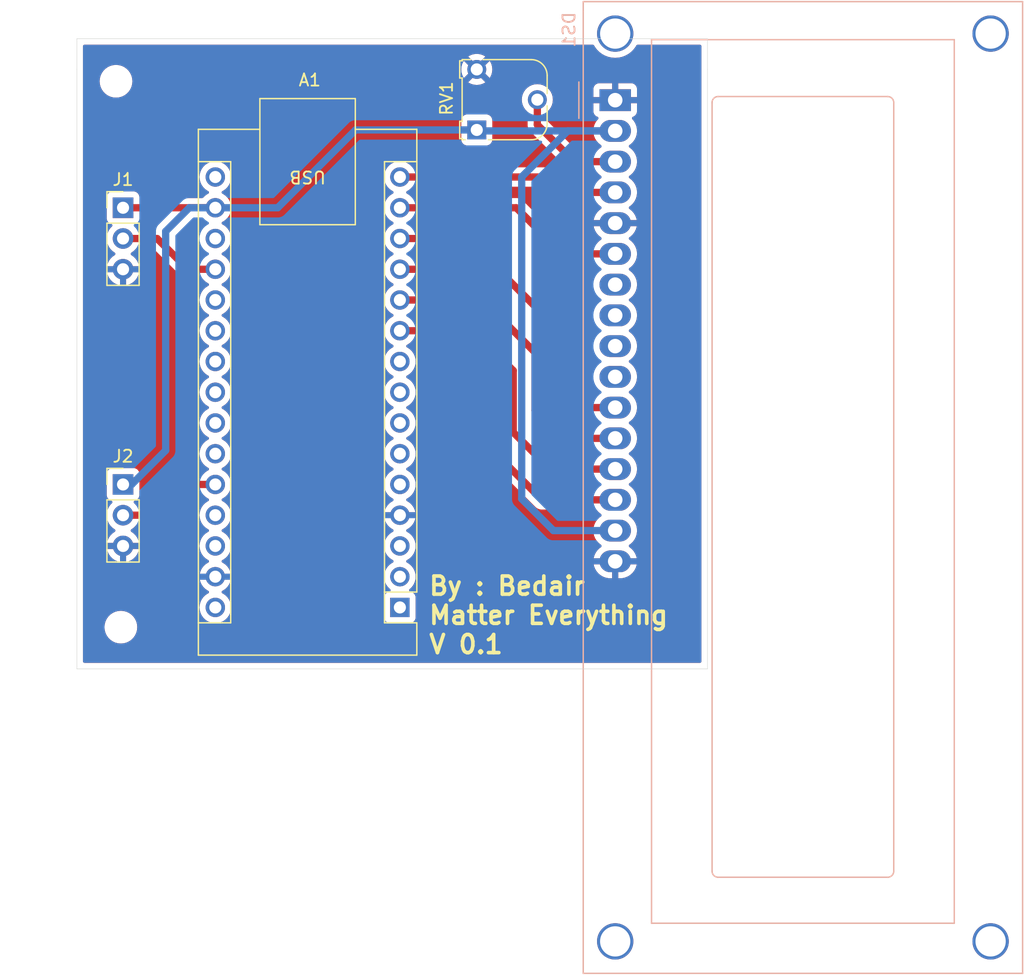
<source format=kicad_pcb>
(kicad_pcb (version 20221018) (generator pcbnew)
  (layers (0 "F.Cu" signal "Front") (1 "In1.Cu" signal) (2 "In2.Cu" signal) (31 "B.Cu" signal "Back") (34 "B.Paste" user) (35 "F.Paste" user) (36 "B.SilkS" user "B.Silkscreen") (37 "F.SilkS" user "F.Silkscreen") (38 "B.Mask" user) (39 "F.Mask" user) (44 "Edge.Cuts" user))
  (net 0 "")
  (net 4 "GND")
  (net 10 "/LCD_RS")
  (net 11 "/LCD_E")
  (net 12 "/LCD_D4")
  (net 13 "/LCD_D5")
  (net 14 "/LCD_D6")
  (net 15 "/LCD_D7")
  (net 17 "VCC")
  (net 19 "/CurrentSensor_A")
  (net 26 "/Relay_Control")
  (net 30 "Net-(DS1-VO)")
  (footprint "Connector_PinHeader_2.54mm:PinHeader_1x03_P2.54mm_Vertical" (layer "F.Cu") (at 157.48 95.25)
    (fp_text reference "J1" (at 0 -2.33) (layer "F.SilkS"))
    (fp_text value "Current Sensor")
    (fp_line (start -1.33 -1.33) (end 0 -1.33) (stroke (width 0.12)) (layer "F.SilkS"))
    (fp_line (start -1.33 0) (end -1.33 -1.33) (stroke (width 0.12)) (layer "F.SilkS"))
    (fp_line (start -1.33 1.27) (end -1.33 6.41) (stroke (width 0.12)) (layer "F.SilkS"))
    (fp_line (start -1.33 1.27) (end 1.33 1.27) (stroke (width 0.12)) (layer "F.SilkS"))
    (fp_line (start -1.33 6.41) (end 1.33 6.41) (stroke (width 0.12)) (layer "F.SilkS"))
    (fp_line (start 1.33 1.27) (end 1.33 6.41) (stroke (width 0.12)) (layer "F.SilkS"))
    (pad "1" thru_hole rect (at 0 0) (size 1.7 1.7) (drill 1) (layers "*.Cu" "*.Mask") (net 17 "VCC"))
    (pad "2" thru_hole oval (at 0 2.54) (size 1.7 1.7) (drill 1) (layers "*.Cu" "*.Mask") (net 19 "/CurrentSensor_A"))
    (pad "3" thru_hole oval (at 0 5.08) (size 1.7 1.7) (drill 1) (layers "*.Cu" "*.Mask") (net 4 "GND"))
  )
  (footprint "Potentiometer_THT:Potentiometer_Runtron_RM-065_Vertical" (layer "F.Cu") (at 186.69 88.82 90)
    (fp_text reference "RV1" (at 2.6 -2.5 90) (layer "F.SilkS"))
    (fp_text value "10k")
    (fp_line (start -0.81 -1.21) (end -0.81 -0.96) (stroke (width 0.12)) (layer "F.SilkS"))
    (fp_line (start -0.81 4.5) (end -0.81 0.96) (stroke (width 0.12)) (layer "F.SilkS"))
    (fp_line (start -0.71 -1.41) (end -0.71 -1.21) (stroke (width 0.12)) (layer "F.SilkS"))
    (fp_line (start -0.71 -1.41) (end 0.71 -1.41) (stroke (width 0.12)) (layer "F.SilkS"))
    (fp_line (start -0.71 -1.21) (end -0.81 -1.21) (stroke (width 0.12)) (layer "F.SilkS"))
    (fp_line (start 0.71 -1.21) (end 0.71 -1.41) (stroke (width 0.12)) (layer "F.SilkS"))
    (fp_line (start 0.71 -1.21) (end 4.29 -1.21) (stroke (width 0.12)) (layer "F.SilkS"))
    (fp_line (start 1.99 5.81) (end 0.5 5.81) (stroke (width 0.12)) (layer "F.SilkS"))
    (fp_line (start 4.29 -1.41) (end 5.71 -1.41) (stroke (width 0.12)) (layer "F.SilkS"))
    (fp_line (start 4.29 -1.21) (end 4.29 -1.41) (stroke (width 0.12)) (layer "F.SilkS"))
    (fp_line (start 4.5 5.81) (end 3.01 5.81) (stroke (width 0.12)) (layer "F.SilkS"))
    (fp_line (start 5.71 -1.41) (end 5.71 -1.21) (stroke (width 0.12)) (layer "F.SilkS"))
    (fp_line (start 5.71 -1.21) (end 5.81 -1.21) (stroke (width 0.12)) (layer "F.SilkS"))
    (fp_line (start 5.81 -1.21) (end 5.81 -0.52) (stroke (width 0.12)) (layer "F.SilkS"))
    (fp_line (start 5.81 0.52) (end 5.81 4.5) (stroke (width 0.12)) (layer "F.SilkS"))
    (fp_arc (start 0.5 5.81) (mid -0.42631 5.42631) (end -0.81 4.5) (stroke (width 0.12)) (layer "F.SilkS"))
    (fp_arc (start 5.81 4.5) (mid 5.42631 5.42631) (end 4.5 5.81) (stroke (width 0.12)) (layer "F.SilkS"))
    (pad "1" thru_hole rect (at 0 0 90) (size 1.56 1.56) (drill 1) (layers "*.Cu" "*.Mask") (net 17 "VCC"))
    (pad "2" thru_hole circle (at 2.5 5 90) (size 1.56 1.56) (drill 1) (layers "*.Cu" "*.Mask") (net 30 "Net-(DS1-VO)"))
    (pad "3" thru_hole circle (at 5 0 90) (size 1.56 1.56) (drill 1) (layers "*.Cu" "*.Mask") (net 4 "GND"))
  )
  (footprint "Connector_PinHeader_2.54mm:PinHeader_1x03_P2.54mm_Vertical" (layer "F.Cu") (at 157.48 118.11)
    (fp_text reference "J2" (at 0 -2.33) (layer "F.SilkS"))
    (fp_text value "Relay")
    (fp_line (start -1.33 -1.33) (end 0 -1.33) (stroke (width 0.12)) (layer "F.SilkS"))
    (fp_line (start -1.33 0) (end -1.33 -1.33) (stroke (width 0.12)) (layer "F.SilkS"))
    (fp_line (start -1.33 1.27) (end -1.33 6.41) (stroke (width 0.12)) (layer "F.SilkS"))
    (fp_line (start -1.33 1.27) (end 1.33 1.27) (stroke (width 0.12)) (layer "F.SilkS"))
    (fp_line (start -1.33 6.41) (end 1.33 6.41) (stroke (width 0.12)) (layer "F.SilkS"))
    (fp_line (start 1.33 1.27) (end 1.33 6.41) (stroke (width 0.12)) (layer "F.SilkS"))
    (pad "1" thru_hole rect (at 0 0) (size 1.7 1.7) (drill 1) (layers "*.Cu" "*.Mask") (net 17 "VCC"))
    (pad "2" thru_hole oval (at 0 2.54) (size 1.7 1.7) (drill 1) (layers "*.Cu" "*.Mask") (net 26 "/Relay_Control"))
    (pad "3" thru_hole oval (at 0 5.08) (size 1.7 1.7) (drill 1) (layers "*.Cu" "*.Mask") (net 4 "GND"))
  )
  (footprint "Module:Arduino_Nano" (layer "F.Cu") (at 180.34 128.27 180)
    (fp_text reference "A1" (at 7.44 43.57) (layer "F.SilkS"))
    (fp_text value "Arduino_Nano_v3.x")
    (fp_text user "USB" (at 7.62 35.56 180 unlocked) (layer "F.SilkS"))
    (fp_line (start -1.4 -3.94) (end -1.4 -1.27) (stroke (width 0.12)) (layer "F.SilkS"))
    (fp_line (start -1.4 1.27) (end -1.4 39.5) (stroke (width 0.12)) (layer "F.SilkS"))
    (fp_line (start -1.4 39.5) (end 3.68 39.5) (stroke (width 0.12)) (layer "F.SilkS"))
    (fp_line (start 1.27 -1.27) (end -1.4 -1.27) (stroke (width 0.12)) (layer "F.SilkS"))
    (fp_line (start 1.27 1.27) (end -1.4 1.27) (stroke (width 0.12)) (layer "F.SilkS"))
    (fp_line (start 1.27 1.27) (end 1.27 -1.27) (stroke (width 0.12)) (layer "F.SilkS"))
    (fp_line (start 1.27 1.27) (end 1.27 36.83) (stroke (width 0.12)) (layer "F.SilkS"))
    (fp_line (start 1.27 36.83) (end -1.4 36.83) (stroke (width 0.12)) (layer "F.SilkS"))
    (fp_line (start 3.68 31.62) (end 11.56 31.62) (stroke (width 0.12)) (layer "F.SilkS"))
    (fp_line (start 3.68 42.04) (end 3.68 31.62) (stroke (width 0.12)) (layer "F.SilkS"))
    (fp_line (start 11.56 31.62) (end 11.56 42.04) (stroke (width 0.12)) (layer "F.SilkS"))
    (fp_line (start 11.56 42.04) (end 3.68 42.04) (stroke (width 0.12)) (layer "F.SilkS"))
    (fp_line (start 13.97 -1.27) (end 13.97 36.83) (stroke (width 0.12)) (layer "F.SilkS"))
    (fp_line (start 13.97 -1.27) (end 16.64 -1.27) (stroke (width 0.12)) (layer "F.SilkS"))
    (fp_line (start 13.97 36.83) (end 16.64 36.83) (stroke (width 0.12)) (layer "F.SilkS"))
    (fp_line (start 16.64 -3.94) (end -1.4 -3.94) (stroke (width 0.12)) (layer "F.SilkS"))
    (fp_line (start 16.64 39.5) (end 11.56 39.5) (stroke (width 0.12)) (layer "F.SilkS"))
    (fp_line (start 16.64 39.5) (end 16.64 -3.94) (stroke (width 0.12)) (layer "F.SilkS"))
    (pad "1" thru_hole rect (at 0 0 180) (size 1.6 1.6) (drill 1) (layers "*.Cu" "*.Mask"))
    (pad "2" thru_hole oval (at 0 2.54 180) (size 1.6 1.6) (drill 1) (layers "*.Cu" "*.Mask"))
    (pad "3" thru_hole oval (at 0 5.08 180) (size 1.6 1.6) (drill 1) (layers "*.Cu" "*.Mask"))
    (pad "4" thru_hole oval (at 0 7.62 180) (size 1.6 1.6) (drill 1) (layers "*.Cu" "*.Mask") (net 4 "GND"))
    (pad "5" thru_hole oval (at 0 10.16 180) (size 1.6 1.6) (drill 1) (layers "*.Cu" "*.Mask"))
    (pad "6" thru_hole oval (at 0 12.7 180) (size 1.6 1.6) (drill 1) (layers "*.Cu" "*.Mask"))
    (pad "7" thru_hole oval (at 0 15.24 180) (size 1.6 1.6) (drill 1) (layers "*.Cu" "*.Mask"))
    (pad "8" thru_hole oval (at 0 17.78 180) (size 1.6 1.6) (drill 1) (layers "*.Cu" "*.Mask"))
    (pad "9" thru_hole oval (at 0 20.32 180) (size 1.6 1.6) (drill 1) (layers "*.Cu" "*.Mask"))
    (pad "10" thru_hole oval (at 0 22.86 180) (size 1.6 1.6) (drill 1) (layers "*.Cu" "*.Mask") (net 15 "/LCD_D7"))
    (pad "11" thru_hole oval (at 0 25.4 180) (size 1.6 1.6) (drill 1) (layers "*.Cu" "*.Mask") (net 14 "/LCD_D6"))
    (pad "12" thru_hole oval (at 0 27.94 180) (size 1.6 1.6) (drill 1) (layers "*.Cu" "*.Mask") (net 13 "/LCD_D5"))
    (pad "13" thru_hole oval (at 0 30.48 180) (size 1.6 1.6) (drill 1) (layers "*.Cu" "*.Mask") (net 12 "/LCD_D4"))
    (pad "14" thru_hole oval (at 0 33.02 180) (size 1.6 1.6) (drill 1) (layers "*.Cu" "*.Mask") (net 11 "/LCD_E"))
    (pad "15" thru_hole oval (at 0 35.56 180) (size 1.6 1.6) (drill 1) (layers "*.Cu" "*.Mask") (net 10 "/LCD_RS"))
    (pad "16" thru_hole oval (at 15.24 35.56 180) (size 1.6 1.6) (drill 1) (layers "*.Cu" "*.Mask"))
    (pad "17" thru_hole oval (at 15.24 33.02 180) (size 1.6 1.6) (drill 1) (layers "*.Cu" "*.Mask") (net 17 "VCC"))
    (pad "18" thru_hole oval (at 15.24 30.48 180) (size 1.6 1.6) (drill 1) (layers "*.Cu" "*.Mask"))
    (pad "19" thru_hole oval (at 15.24 27.94 180) (size 1.6 1.6) (drill 1) (layers "*.Cu" "*.Mask") (net 19 "/CurrentSensor_A"))
    (pad "20" thru_hole oval (at 15.24 25.4 180) (size 1.6 1.6) (drill 1) (layers "*.Cu" "*.Mask"))
    (pad "21" thru_hole oval (at 15.24 22.86 180) (size 1.6 1.6) (drill 1) (layers "*.Cu" "*.Mask"))
    (pad "22" thru_hole oval (at 15.24 20.32 180) (size 1.6 1.6) (drill 1) (layers "*.Cu" "*.Mask"))
    (pad "23" thru_hole oval (at 15.24 17.78 180) (size 1.6 1.6) (drill 1) (layers "*.Cu" "*.Mask"))
    (pad "24" thru_hole oval (at 15.24 15.24 180) (size 1.6 1.6) (drill 1) (layers "*.Cu" "*.Mask"))
    (pad "25" thru_hole oval (at 15.24 12.7 180) (size 1.6 1.6) (drill 1) (layers "*.Cu" "*.Mask"))
    (pad "26" thru_hole oval (at 15.24 10.16 180) (size 1.6 1.6) (drill 1) (layers "*.Cu" "*.Mask") (net 26 "/Relay_Control"))
    (pad "27" thru_hole oval (at 15.24 7.62 180) (size 1.6 1.6) (drill 1) (layers "*.Cu" "*.Mask"))
    (pad "28" thru_hole oval (at 15.24 5.08 180) (size 1.6 1.6) (drill 1) (layers "*.Cu" "*.Mask"))
    (pad "29" thru_hole oval (at 15.24 2.54 180) (size 1.6 1.6) (drill 1) (layers "*.Cu" "*.Mask") (net 4 "GND"))
    (pad "30" thru_hole oval (at 15.24 0 180) (size 1.6 1.6) (drill 1) (layers "*.Cu" "*.Mask"))
  )
  (footprint "MountingHole:MountingHole_2.2mm_M2" (layer "F.Cu") (at 157.3 129.9)
    (fp_text reference "REF**" hide)
    (fp_text value "MountingHole_2.2mm_M2")
    (pad "" np_thru_hole circle (at 0 0) (size 2.2 2.2) (drill 2.2) (layers "*.Cu" "*.Mask"))
  )
  (footprint "MountingHole:MountingHole_2.2mm_M2" (layer "F.Cu") (at 156.9 84.8)
    (fp_text reference "REF**" hide)
    (fp_text value "MountingHole_2.2mm_M2")
    (pad "" np_thru_hole circle (at 0 0) (size 2.2 2.2) (drill 2.2) (layers "*.Cu" "*.Mask"))
  )
  (footprint "Display:WC1602A" (layer "B.Cu") (at 198.12 86.36 -90)
    (fp_text reference "DS1" (at -5.82 3.81 90) (layer "B.SilkS") (effects (justify mirror)))
    (fp_text value "WC1602A")
    (fp_line (start -8.14 -33.64) (end 72.14 -33.64) (stroke (width 0.12)) (layer "B.SilkS"))
    (fp_line (start -8.14 2.64) (end -8.14 -33.64) (stroke (width 0.12)) (layer "B.SilkS"))
    (fp_line (start -8.13 2.64) (end -7.34 2.64) (stroke (width 0.12)) (layer "B.SilkS"))
    (fp_line (start -5 -28) (end -5 -3) (stroke (width 0.12)) (layer "B.SilkS"))
    (fp_line (start -5 -3) (end 68 -3) (stroke (width 0.12)) (layer "B.SilkS"))
    (fp_line (start -1.5 3) (end 1.5 3) (stroke (width 0.12)) (layer "B.SilkS"))
    (fp_line (start -0.29972 -22.49932) (end -0.29972 -8.5) (stroke (width 0.12)) (layer "B.SilkS"))
    (fp_line (start 0.2 -8) (end 63.7 -8) (stroke (width 0.12)) (layer "B.SilkS"))
    (fp_line (start 63.70066 -23) (end 0.2 -23) (stroke (width 0.12)) (layer "B.SilkS"))
    (fp_line (start 64.2 -8.5) (end 64.2 -22.5) (stroke (width 0.12)) (layer "B.SilkS"))
    (fp_line (start 68 -28) (end -5 -28) (stroke (width 0.12)) (layer "B.SilkS"))
    (fp_line (start 68 -3) (end 68 -28) (stroke (width 0.12)) (layer "B.SilkS"))
    (fp_line (start 72.14 -33.64) (end 72.14 2.64) (stroke (width 0.12)) (layer "B.SilkS"))
    (fp_line (start 72.14 2.64) (end -7.34 2.64) (stroke (width 0.12)) (layer "B.SilkS"))
    (fp_arc (start -0.29972 -22.49932) (mid -0.153162 -22.853142) (end 0.20066 -22.9997) (stroke (width 0.12)) (layer "B.SilkS"))
    (fp_arc (start 0.20066 -7.99846) (mid -0.153162 -8.145018) (end -0.29972 -8.49884) (stroke (width 0.12)) (layer "B.SilkS"))
    (fp_arc (start 63.70066 -22.9997) (mid 64.054515 -22.853157) (end 64.20104 -22.49932) (stroke (width 0.12)) (layer "B.SilkS"))
    (fp_arc (start 64.2 -8.5) (mid 64.053553 -8.146447) (end 63.7 -8) (stroke (width 0.12)) (layer "B.SilkS"))
    (pad "" thru_hole circle (at -5.4991 -31.0007 270) (size 3 3) (drill 2.5) (layers "*.Cu" "*.Mask"))
    (pad "" thru_hole circle (at -5.4991 0 270) (size 3 3) (drill 2.5) (layers "*.Cu" "*.Mask"))
    (pad "" thru_hole circle (at 69.49948 -31.0007 270) (size 3 3) (drill 2.5) (layers "*.Cu" "*.Mask"))
    (pad "" thru_hole circle (at 69.5 0 270) (size 3 3) (drill 2.5) (layers "*.Cu" "*.Mask"))
    (pad "1" thru_hole rect (at 0 0 270) (size 1.8 2.6) (drill 1.2) (layers "*.Cu" "*.Mask") (net 4 "GND"))
    (pad "2" thru_hole oval (at 2.54 0 270) (size 1.8 2.6) (drill 1.2) (layers "*.Cu" "*.Mask") (net 17 "VCC"))
    (pad "3" thru_hole oval (at 5.08 0 270) (size 1.8 2.6) (drill 1.2) (layers "*.Cu" "*.Mask") (net 30 "Net-(DS1-VO)"))
    (pad "4" thru_hole oval (at 7.62 0 270) (size 1.8 2.6) (drill 1.2) (layers "*.Cu" "*.Mask") (net 10 "/LCD_RS"))
    (pad "5" thru_hole oval (at 10.16 0 270) (size 1.8 2.6) (drill 1.2) (layers "*.Cu" "*.Mask") (net 4 "GND"))
    (pad "6" thru_hole oval (at 12.7 0 270) (size 1.8 2.6) (drill 1.2) (layers "*.Cu" "*.Mask") (net 11 "/LCD_E"))
    (pad "7" thru_hole oval (at 15.24 0 270) (size 1.8 2.6) (drill 1.2) (layers "*.Cu" "*.Mask"))
    (pad "8" thru_hole oval (at 17.78 0 270) (size 1.8 2.6) (drill 1.2) (layers "*.Cu" "*.Mask"))
    (pad "9" thru_hole oval (at 20.32 0 270) (size 1.8 2.6) (drill 1.2) (layers "*.Cu" "*.Mask"))
    (pad "10" thru_hole oval (at 22.86 0 270) (size 1.8 2.6) (drill 1.2) (layers "*.Cu" "*.Mask"))
    (pad "11" thru_hole oval (at 25.4 0 270) (size 1.8 2.6) (drill 1.2) (layers "*.Cu" "*.Mask") (net 12 "/LCD_D4"))
    (pad "12" thru_hole oval (at 27.94 0 270) (size 1.8 2.6) (drill 1.2) (layers "*.Cu" "*.Mask") (net 13 "/LCD_D5"))
    (pad "13" thru_hole oval (at 30.48 0 270) (size 1.8 2.6) (drill 1.2) (layers "*.Cu" "*.Mask") (net 14 "/LCD_D6"))
    (pad "14" thru_hole oval (at 33.02 0 270) (size 1.8 2.6) (drill 1.2) (layers "*.Cu" "*.Mask") (net 15 "/LCD_D7"))
    (pad "15" thru_hole oval (at 35.56 0 270) (size 1.8 2.6) (drill 1.2) (layers "*.Cu" "*.Mask") (net 17 "VCC"))
    (pad "16" thru_hole oval (at 38.1 0 270) (size 1.8 2.6) (drill 1.2) (layers "*.Cu" "*.Mask") (net 4 "GND"))
  )
  (gr_line (start 153.67 81.28) (end 205.74 81.28) (stroke (width 0.0381)) (layer "Edge.Cuts"))
  (gr_line (start 205.74 133.35) (end 205.74 83.82) (stroke (width 0.0381)) (layer "Edge.Cuts"))
  (gr_line (start 205.74 81.28) (end 205.74 83.82) (stroke (width 0.0381)) (layer "Edge.Cuts"))
  (gr_line (start 153.67 83.82) (end 153.67 133.35) (stroke (width 0.0381)) (layer "Edge.Cuts"))
  (gr_line (start 153.67 133.35) (end 205.74 133.35) (stroke (width 0.0381)) (layer "Edge.Cuts"))
  (gr_line (start 153.67 83.82) (end 153.67 81.28) (stroke (width 0.0381)) (layer "Edge.Cuts"))
  (gr_text "By : Bedair\nMatter Everything\nV 0.1" (at 182.6 132.2) (layer "F.SilkS") (effects (font (size 1.5 1.5) (thickness 0.3) bold) (justify left bottom)))
  (segment (start 198.12 93.98) (end 193.78 93.98) (width 0.6) (layer "F.Cu") (net 10))
  (segment (start 193.78 93.98) (end 192.51 92.71) (width 0.6) (layer "F.Cu") (net 10))
  (segment (start 192.51 92.71) (end 180.34 92.71) (width 0.6) (layer "F.Cu") (net 10))
  (segment (start 193.76 99.06) (end 189.95 95.25) (width 0.6) (layer "F.Cu") (net 11))
  (segment (start 198.12 99.06) (end 193.76 99.06) (width 0.6) (layer "F.Cu") (net 11))
  (segment (start 189.95 95.25) (end 180.34 95.25) (width 0.6) (layer "F.Cu") (net 11))
  (segment (start 185.89 97.79) (end 180.34 97.79) (width 0.6) (layer "F.Cu") (net 12))
  (segment (start 195.86 111.76) (end 193.2 109.1) (width 0.6) (layer "F.Cu") (net 12))
  (segment (start 193.2 109.1) (end 193.2 105.1) (width 0.6) (layer "F.Cu") (net 12))
  (segment (start 193.2 105.1) (end 185.89 97.79) (width 0.6) (layer "F.Cu") (net 12))
  (segment (start 198.12 111.76) (end 195.86 111.76) (width 0.6) (layer "F.Cu") (net 12))
  (segment (start 184.63 100.33) (end 180.34 100.33) (width 0.6) (layer "F.Cu") (net 13))
  (segment (start 198.12 114.3) (end 193.8 114.3) (width 0.6) (layer "F.Cu") (net 13))
  (segment (start 191.5 112) (end 191.5 107.2) (width 0.6) (layer "F.Cu") (net 13))
  (segment (start 193.8 114.3) (end 191.5 112) (width 0.6) (layer "F.Cu") (net 13))
  (segment (start 191.5 107.2) (end 184.63 100.33) (width 0.6) (layer "F.Cu") (net 13))
  (segment (start 183.87 102.87) (end 180.34 102.87) (width 0.6) (layer "F.Cu") (net 14))
  (segment (start 198.12 116.84) (end 192.74 116.84) (width 0.6) (layer "F.Cu") (net 14))
  (segment (start 192.74 116.84) (end 189.7 113.8) (width 0.6) (layer "F.Cu") (net 14))
  (segment (start 189.7 108.7) (end 183.87 102.87) (width 0.6) (layer "F.Cu") (net 14))
  (segment (start 189.7 113.8) (end 189.7 108.7) (width 0.6) (layer "F.Cu") (net 14))
  (segment (start 192.08 119.38) (end 187.2 114.5) (width 0.6) (layer "F.Cu") (net 15))
  (segment (start 183.21 105.41) (end 180.34 105.41) (width 0.6) (layer "F.Cu") (net 15))
  (segment (start 198.12 119.38) (end 192.08 119.38) (width 0.6) (layer "F.Cu") (net 15))
  (segment (start 187.2 114.5) (end 187.2 109.4) (width 0.6) (layer "F.Cu") (net 15))
  (segment (start 187.2 109.4) (end 183.21 105.41) (width 0.6) (layer "F.Cu") (net 15))
  (segment (start 157.48 95.25) (end 165.1 95.25) (width 0.6) (layer "F.Cu") (net 17))
  (segment (start 186.69 88.82) (end 176.68 88.82) (width 0.6) (layer "B.Cu") (net 17))
  (segment (start 170.25 95.25) (end 165.1 95.25) (width 0.6) (layer "B.Cu") (net 17))
  (segment (start 158.19 118.11) (end 161 115.3) (width 0.6) (layer "B.Cu") (net 17))
  (segment (start 194.2 88.9) (end 190.4 92.7) (width 0.6) (layer "B.Cu") (net 17))
  (segment (start 186.77 88.9) (end 186.69 88.82) (width 0.6) (layer "B.Cu") (net 17))
  (segment (start 193.02 121.92) (end 198.12 121.92) (width 0.6) (layer "B.Cu") (net 17))
  (segment (start 161 97.2) (end 162.95 95.25) (width 0.6) (layer "B.Cu") (net 17))
  (segment (start 190.4 92.7) (end 190.4 119.3) (width 0.6) (layer "B.Cu") (net 17))
  (segment (start 198.12 88.9) (end 194.2 88.9) (width 0.6) (layer "B.Cu") (net 17))
  (segment (start 162.95 95.25) (end 165.1 95.25) (width 0.6) (layer "B.Cu") (net 17))
  (segment (start 198.12 88.9) (end 186.77 88.9) (width 0.6) (layer "B.Cu") (net 17))
  (segment (start 190.4 119.3) (end 193.02 121.92) (width 0.6) (layer "B.Cu") (net 17))
  (segment (start 176.68 88.82) (end 170.25 95.25) (width 0.6) (layer "B.Cu") (net 17))
  (segment (start 157.48 118.11) (end 158.19 118.11) (width 0.6) (layer "B.Cu") (net 17))
  (segment (start 161 115.3) (end 161 97.2) (width 0.6) (layer "B.Cu") (net 17))
  (segment (start 160.29 97.79) (end 157.48 97.79) (width 0.6) (layer "F.Cu") (net 19))
  (segment (start 165.1 100.33) (end 162.83 100.33) (width 0.6) (layer "F.Cu") (net 19))
  (segment (start 162.83 100.33) (end 160.29 97.79) (width 0.6) (layer "F.Cu") (net 19))
  (segment (start 159.75 120.65) (end 162.29 118.11) (width 0.6) (layer "F.Cu") (net 26))
  (segment (start 157.48 120.65) (end 159.75 120.65) (width 0.6) (layer "F.Cu") (net 26))
  (segment (start 162.29 118.11) (end 165.1 118.11) (width 0.6) (layer "F.Cu") (net 26))
  (segment (start 191.69 86.32) (end 191.69 88.39) (width 0.6) (layer "F.Cu") (net 30))
  (segment (start 191.69 88.39) (end 194.74 91.44) (width 0.6) (layer "F.Cu") (net 30))
  (segment (start 194.74 91.44) (end 198.12 91.44) (width 0.6) (layer "F.Cu") (net 30))
  (zone (net 4) (net_name "GND") (layers "F&B.Cu") (connect_pads (clearance 0.5)) (min_thickness 0.25) (fill yes (thermal_gap 0.5) (thermal_bridge_width 0.5))
    (polygon (pts (xy 147.32 78.74) (xy 147.32 139.7) (xy 220.98 139.7) (xy 220.98 78.74)))
  )
)
</source>
